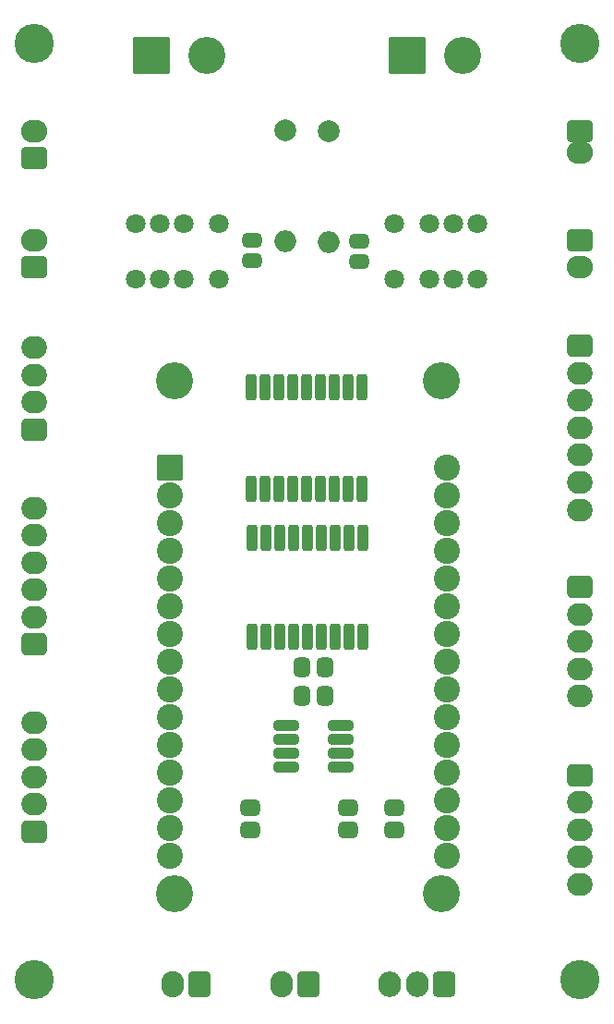
<source format=gts>
G04 #@! TF.GenerationSoftware,KiCad,Pcbnew,(6.0.4-0)*
G04 #@! TF.CreationDate,2022-08-24T21:25:05+02:00*
G04 #@! TF.ProjectId,Mezmerize_B1_Controller,4d657a6d-6572-4697-9a65-5f42315f436f,rev?*
G04 #@! TF.SameCoordinates,Original*
G04 #@! TF.FileFunction,Soldermask,Top*
G04 #@! TF.FilePolarity,Negative*
%FSLAX46Y46*%
G04 Gerber Fmt 4.6, Leading zero omitted, Abs format (unit mm)*
G04 Created by KiCad (PCBNEW (6.0.4-0)) date 2022-08-24 21:25:05*
%MOMM*%
%LPD*%
G01*
G04 APERTURE LIST*
G04 Aperture macros list*
%AMRoundRect*
0 Rectangle with rounded corners*
0 $1 Rounding radius*
0 $2 $3 $4 $5 $6 $7 $8 $9 X,Y pos of 4 corners*
0 Add a 4 corners polygon primitive as box body*
4,1,4,$2,$3,$4,$5,$6,$7,$8,$9,$2,$3,0*
0 Add four circle primitives for the rounded corners*
1,1,$1+$1,$2,$3*
1,1,$1+$1,$4,$5*
1,1,$1+$1,$6,$7*
1,1,$1+$1,$8,$9*
0 Add four rect primitives between the rounded corners*
20,1,$1+$1,$2,$3,$4,$5,0*
20,1,$1+$1,$4,$5,$6,$7,0*
20,1,$1+$1,$6,$7,$8,$9,0*
20,1,$1+$1,$8,$9,$2,$3,0*%
G04 Aperture macros list end*
%ADD10RoundRect,0.450000X0.325000X0.450000X-0.325000X0.450000X-0.325000X-0.450000X0.325000X-0.450000X0*%
%ADD11RoundRect,0.450000X-0.325000X-0.450000X0.325000X-0.450000X0.325000X0.450000X-0.325000X0.450000X0*%
%ADD12RoundRect,0.450000X-0.450000X0.325000X-0.450000X-0.325000X0.450000X-0.325000X0.450000X0.325000X0*%
%ADD13RoundRect,0.450000X0.450000X-0.325000X0.450000X0.325000X-0.450000X0.325000X-0.450000X-0.325000X0*%
%ADD14RoundRect,0.200000X0.279400X-0.990600X0.279400X0.990600X-0.279400X0.990600X-0.279400X-0.990600X0*%
%ADD15RoundRect,0.350000X0.825000X0.150000X-0.825000X0.150000X-0.825000X-0.150000X0.825000X-0.150000X0*%
%ADD16C,1.797000*%
%ADD17C,2.000000*%
%ADD18O,2.000000X2.000000*%
%ADD19RoundRect,0.443750X-0.456250X0.243750X-0.456250X-0.243750X0.456250X-0.243750X0.456250X0.243750X0*%
%ADD20RoundRect,0.443750X0.456250X-0.243750X0.456250X0.243750X-0.456250X0.243750X-0.456250X-0.243750X0*%
%ADD21RoundRect,0.450000X-0.725000X0.600000X-0.725000X-0.600000X0.725000X-0.600000X0.725000X0.600000X0*%
%ADD22O,2.350000X2.100000*%
%ADD23RoundRect,0.450000X0.750000X-0.600000X0.750000X0.600000X-0.750000X0.600000X-0.750000X-0.600000X0*%
%ADD24O,2.400000X2.100000*%
%ADD25RoundRect,0.450000X-0.750000X0.600000X-0.750000X-0.600000X0.750000X-0.600000X0.750000X0.600000X0*%
%ADD26RoundRect,0.450000X0.600000X0.750000X-0.600000X0.750000X-0.600000X-0.750000X0.600000X-0.750000X0*%
%ADD27O,2.100000X2.400000*%
%ADD28RoundRect,0.450000X0.725000X-0.600000X0.725000X0.600000X-0.725000X0.600000X-0.725000X-0.600000X0*%
%ADD29RoundRect,0.450000X0.600000X0.725000X-0.600000X0.725000X-0.600000X-0.725000X0.600000X-0.725000X0*%
%ADD30O,2.100000X2.350000*%
%ADD31C,3.600000*%
%ADD32C,3.400000*%
%ADD33RoundRect,0.200000X-1.000000X-1.000000X1.000000X-1.000000X1.000000X1.000000X-1.000000X1.000000X0*%
%ADD34C,2.400000*%
%ADD35RoundRect,0.200000X-1.500000X-1.500000X1.500000X-1.500000X1.500000X1.500000X-1.500000X1.500000X0*%
G04 APERTURE END LIST*
D10*
X151625000Y-112165000D03*
X149575000Y-112165000D03*
D11*
X149575000Y-114800000D03*
X151625000Y-114800000D03*
D12*
X144800000Y-124975000D03*
X144800000Y-127025000D03*
D13*
X153800000Y-127025000D03*
X153800000Y-124975000D03*
D12*
X158000000Y-124975000D03*
X158000000Y-127025000D03*
D14*
X144850000Y-95826300D03*
X146120000Y-95826300D03*
X147390000Y-95826300D03*
X148660000Y-95826300D03*
X149930000Y-95826300D03*
X151200000Y-95826300D03*
X152470000Y-95826300D03*
X153740000Y-95826300D03*
X155010000Y-95826300D03*
X155010000Y-86453700D03*
X153740000Y-86453700D03*
X152470000Y-86453700D03*
X151200000Y-86453700D03*
X149930000Y-86453700D03*
X148660000Y-86453700D03*
X147390000Y-86453700D03*
X146120000Y-86453700D03*
X144850000Y-86453700D03*
D15*
X153075000Y-121305000D03*
X153075000Y-120035000D03*
X153075000Y-118765000D03*
X153075000Y-117495000D03*
X148125000Y-117495000D03*
X148125000Y-118765000D03*
X148125000Y-120035000D03*
X148125000Y-121305000D03*
D16*
X141949700Y-71460000D03*
X138749300Y-71460000D03*
X136539500Y-71460000D03*
X134329700Y-71460000D03*
X134329700Y-76540000D03*
X136539500Y-76540000D03*
X138749300Y-76540000D03*
X141949700Y-76540000D03*
X158050300Y-76540000D03*
X161250700Y-76540000D03*
X163460500Y-76540000D03*
X165670300Y-76540000D03*
X165670300Y-71460000D03*
X163460500Y-71460000D03*
X161250700Y-71460000D03*
X158050300Y-71460000D03*
D17*
X148000000Y-62920000D03*
D18*
X148000000Y-73080000D03*
D17*
X152000000Y-63000000D03*
D18*
X152000000Y-73160000D03*
D14*
X144950000Y-109301200D03*
X146220000Y-109301200D03*
X147490000Y-109301200D03*
X148760000Y-109301200D03*
X150030000Y-109301200D03*
X151300000Y-109301200D03*
X152570000Y-109301200D03*
X153840000Y-109301200D03*
X155110000Y-109301200D03*
X155110000Y-100258800D03*
X153840000Y-100258800D03*
X152570000Y-100258800D03*
X151300000Y-100258800D03*
X150030000Y-100258800D03*
X148760000Y-100258800D03*
X147490000Y-100258800D03*
X146220000Y-100258800D03*
X144950000Y-100258800D03*
D19*
X145000000Y-73000000D03*
X145000000Y-74875000D03*
D20*
X154770000Y-74937500D03*
X154770000Y-73062500D03*
D21*
X175000000Y-82700000D03*
D22*
X175000000Y-85200000D03*
X175000000Y-87700000D03*
X175000000Y-90200000D03*
X175000000Y-92700000D03*
X175000000Y-95200000D03*
X175000000Y-97700000D03*
D23*
X125000000Y-75500000D03*
D24*
X125000000Y-73000000D03*
D23*
X125000000Y-65500000D03*
D24*
X125000000Y-63000000D03*
D25*
X175000000Y-63000000D03*
D24*
X175000000Y-65000000D03*
D25*
X175000000Y-73000000D03*
D24*
X175000000Y-75500000D03*
D26*
X140150000Y-141200000D03*
D27*
X137650000Y-141200000D03*
D26*
X150150000Y-141200000D03*
D27*
X147650000Y-141200000D03*
D28*
X125000000Y-110050000D03*
D22*
X125000000Y-107550000D03*
X125000000Y-105050000D03*
X125000000Y-102550000D03*
X125000000Y-100050000D03*
X125000000Y-97550000D03*
D28*
X125000000Y-127200000D03*
D22*
X125000000Y-124700000D03*
X125000000Y-122200000D03*
X125000000Y-119700000D03*
X125000000Y-117200000D03*
D28*
X125000000Y-90350000D03*
D22*
X125000000Y-87850000D03*
X125000000Y-85350000D03*
X125000000Y-82850000D03*
D21*
X175000000Y-122000000D03*
D22*
X175000000Y-124500000D03*
X175000000Y-127000000D03*
X175000000Y-129500000D03*
X175000000Y-132000000D03*
D21*
X175000000Y-104780000D03*
D22*
X175000000Y-107280000D03*
X175000000Y-109780000D03*
X175000000Y-112280000D03*
X175000000Y-114780000D03*
D29*
X162600000Y-141200000D03*
D30*
X160100000Y-141200000D03*
X157600000Y-141200000D03*
D31*
X125000000Y-55000000D03*
D32*
X162330000Y-85897500D03*
X137820000Y-85897500D03*
X137820000Y-132847500D03*
X162330000Y-132847500D03*
D33*
X137400000Y-93857500D03*
D34*
X137400000Y-96397500D03*
X137400000Y-98937500D03*
X137400000Y-101477500D03*
X137400000Y-104017500D03*
X137400000Y-106557500D03*
X137400000Y-109097500D03*
X137400000Y-111637500D03*
X137400000Y-114177500D03*
X137400000Y-116717500D03*
X137400000Y-119257500D03*
X137400000Y-121797500D03*
X137400000Y-124337500D03*
X137400000Y-126877500D03*
X137400000Y-129417500D03*
X162800000Y-129417500D03*
X162800000Y-126877500D03*
X162800000Y-124337500D03*
X162800000Y-121797500D03*
X162800000Y-119257500D03*
X162800000Y-116717500D03*
X162800000Y-114177500D03*
X162800000Y-111637500D03*
X162800000Y-109097500D03*
X162800000Y-106557500D03*
X162800000Y-104017500D03*
X162800000Y-101477500D03*
X162800000Y-98937500D03*
X162800000Y-96397500D03*
X162800000Y-93857500D03*
D31*
X175000000Y-140780000D03*
D35*
X159193332Y-56120000D03*
D32*
X164273332Y-56120000D03*
D35*
X135726666Y-56120000D03*
D32*
X140806666Y-56120000D03*
D31*
X175000000Y-55000000D03*
X125000000Y-140780000D03*
M02*

</source>
